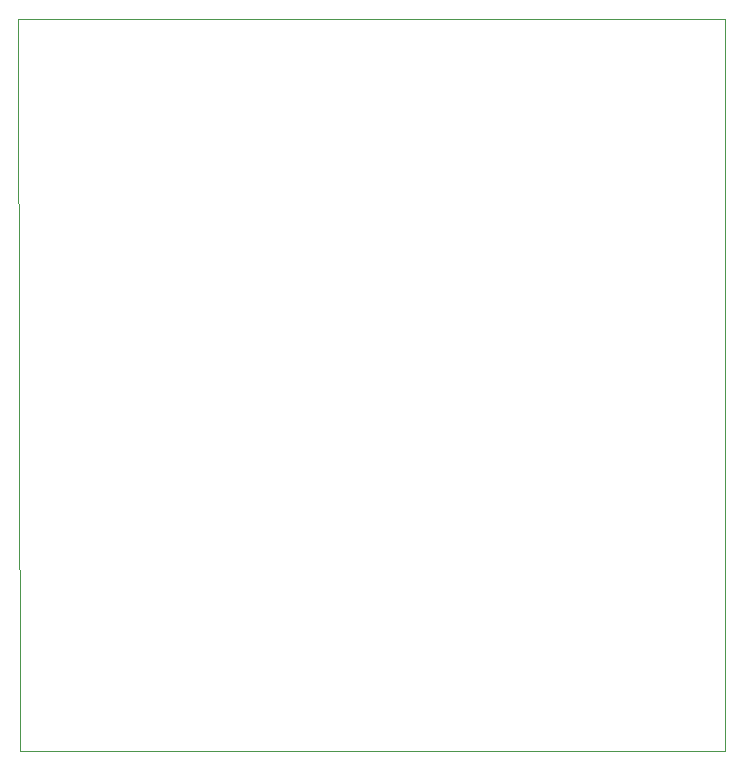
<source format=gbr>
%TF.GenerationSoftware,KiCad,Pcbnew,(6.0.5-0)*%
%TF.CreationDate,2022-09-01T07:50:41+02:00*%
%TF.ProjectId,tiny-fan,74696e79-2d66-4616-9e2e-6b696361645f,rev?*%
%TF.SameCoordinates,Original*%
%TF.FileFunction,Profile,NP*%
%FSLAX46Y46*%
G04 Gerber Fmt 4.6, Leading zero omitted, Abs format (unit mm)*
G04 Created by KiCad (PCBNEW (6.0.5-0)) date 2022-09-01 07:50:41*
%MOMM*%
%LPD*%
G01*
G04 APERTURE LIST*
%TA.AperFunction,Profile*%
%ADD10C,0.100000*%
%TD*%
G04 APERTURE END LIST*
D10*
X13716000Y-75946000D02*
X13604000Y-13975000D01*
X73406000Y-13975000D02*
X13604000Y-13975000D01*
X13716000Y-75946000D02*
X73406000Y-75946000D01*
X73406000Y-75946000D02*
X73406000Y-13975000D01*
M02*

</source>
